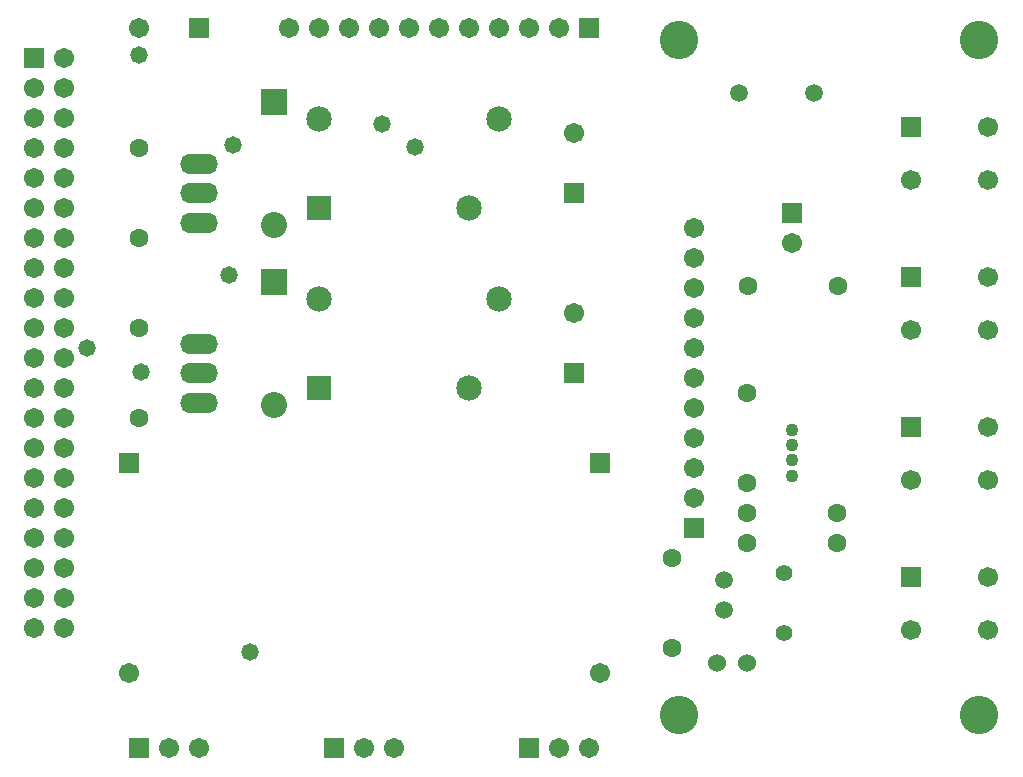
<source format=gbs>
%FSTAX23Y23*%
%MOIN*%
%SFA1B1*%

%IPPOS*%
%ADD18C,0.060000*%
%ADD19R,0.067370X0.067370*%
%ADD20C,0.067370*%
%ADD21C,0.043000*%
%ADD22C,0.059180*%
%ADD23C,0.067060*%
%ADD24R,0.067060X0.067060*%
%ADD25C,0.063120*%
%ADD26C,0.066980*%
%ADD27R,0.066980X0.066980*%
%ADD28C,0.055240*%
%ADD29C,0.128000*%
%ADD30R,0.086740X0.086740*%
%ADD31C,0.086740*%
%ADD32R,0.084770X0.084770*%
%ADD33C,0.084770*%
%ADD34R,0.067060X0.067060*%
%ADD35O,0.126110X0.067060*%
%ADD36C,0.058000*%
%LNmergepcb-1*%
%LPD*%
G54D18*
X02375Y0044D03*
X02475D03*
G54D19*
X02625Y0194D03*
G54D20*
X02625Y0184D03*
G54D21*
X02625Y01217D03*
Y01166D03*
Y01115D03*
Y01064D03*
G54D22*
X0245Y0234D03*
X027D03*
X024Y00615D03*
Y00715D03*
G54D23*
X023Y0099D03*
Y0109D03*
Y0119D03*
Y0129D03*
Y0139D03*
Y0149D03*
Y0159D03*
Y0169D03*
Y0179D03*
Y0189D03*
X0045Y02555D03*
X0195Y00155D03*
X0185D03*
X013D03*
X012D03*
X019Y02205D03*
X002Y00555D03*
Y00655D03*
Y00755D03*
Y00855D03*
Y00955D03*
Y01055D03*
Y01155D03*
Y01255D03*
Y01355D03*
Y01455D03*
Y01555D03*
Y01655D03*
Y01755D03*
Y01855D03*
Y01955D03*
Y02055D03*
Y02155D03*
Y02255D03*
Y02355D03*
Y02455D03*
X001Y02155D03*
Y01555D03*
Y01455D03*
Y01655D03*
Y01755D03*
Y01855D03*
Y01955D03*
Y02055D03*
Y02255D03*
Y02355D03*
Y00555D03*
Y00955D03*
Y00855D03*
Y00655D03*
Y00755D03*
Y01055D03*
Y01155D03*
Y01255D03*
Y01355D03*
X019Y01605D03*
X0185Y02555D03*
X0175D03*
X0165D03*
X0155D03*
X0145D03*
X0135D03*
X0125D03*
X0115D03*
X0105D03*
X0095D03*
X01985Y00405D03*
X00415D03*
X0055Y00155D03*
X0065D03*
G54D24*
X023Y0089D03*
X019Y02005D03*
X001Y02455D03*
X019Y01405D03*
G54D25*
X02225Y0049D03*
Y0079D03*
X0278Y01695D03*
X0248D03*
X02475Y0104D03*
Y0134D03*
X02775Y0094D03*
X02475D03*
X02775Y0084D03*
X02475D03*
X0045Y01255D03*
Y01555D03*
Y01855D03*
Y02155D03*
G54D26*
X03277Y00728D03*
Y00551D03*
X03022D03*
X03277Y01228D03*
Y01051D03*
X03022D03*
Y02051D03*
X03277D03*
Y02228D03*
Y01728D03*
Y01551D03*
X03022D03*
G54D27*
X03022Y00728D03*
Y01228D03*
Y02228D03*
Y01728D03*
G54D28*
X026Y0054D03*
Y0074D03*
G54D29*
X0225Y00265D03*
X0325D03*
Y02515D03*
X0225D03*
G54D30*
X009Y0171D03*
Y0231D03*
G54D31*
X009Y01299D03*
Y01899D03*
G54D32*
X0105Y01355D03*
Y01955D03*
G54D33*
X0155Y01355D03*
X0165Y01654D03*
X0105D03*
X0155Y01955D03*
X0165Y02254D03*
X0105D03*
G54D34*
X0065Y02555D03*
X0175Y00155D03*
X011D03*
X0195Y02555D03*
X00415Y01105D03*
X01985D03*
X0045Y00155D03*
G54D35*
X0065Y01503D03*
Y01306D03*
Y01405D03*
Y02103D03*
Y01906D03*
Y02005D03*
G54D36*
X00762Y02166D03*
X00748Y01734D03*
X01368Y0216D03*
X00455Y01409D03*
X0082Y00475D03*
X00274Y0149D03*
X0126Y02235D03*
X0045Y02465D03*
M02*
</source>
